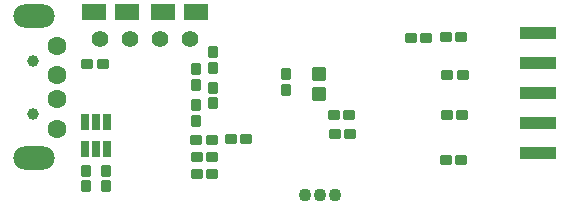
<source format=gbr>
%TF.GenerationSoftware,KiCad,Pcbnew,(6.0.7)*%
%TF.CreationDate,2022-09-07T18:04:23+02:00*%
%TF.ProjectId,BMP2_Railgun,424d5032-5f52-4616-996c-67756e2e6b69,rev?*%
%TF.SameCoordinates,Original*%
%TF.FileFunction,Soldermask,Bot*%
%TF.FilePolarity,Negative*%
%FSLAX46Y46*%
G04 Gerber Fmt 4.6, Leading zero omitted, Abs format (unit mm)*
G04 Created by KiCad (PCBNEW (6.0.7)) date 2022-09-07 18:04:23*
%MOMM*%
%LPD*%
G01*
G04 APERTURE LIST*
G04 Aperture macros list*
%AMRoundRect*
0 Rectangle with rounded corners*
0 $1 Rounding radius*
0 $2 $3 $4 $5 $6 $7 $8 $9 X,Y pos of 4 corners*
0 Add a 4 corners polygon primitive as box body*
4,1,4,$2,$3,$4,$5,$6,$7,$8,$9,$2,$3,0*
0 Add four circle primitives for the rounded corners*
1,1,$1+$1,$2,$3*
1,1,$1+$1,$4,$5*
1,1,$1+$1,$6,$7*
1,1,$1+$1,$8,$9*
0 Add four rect primitives between the rounded corners*
20,1,$1+$1,$2,$3,$4,$5,0*
20,1,$1+$1,$4,$5,$6,$7,0*
20,1,$1+$1,$6,$7,$8,$9,0*
20,1,$1+$1,$8,$9,$2,$3,0*%
G04 Aperture macros list end*
%ADD10RoundRect,0.050800X-1.500000X-0.425000X1.500000X-0.425000X1.500000X0.425000X-1.500000X0.425000X0*%
%ADD11C,1.101600*%
%ADD12RoundRect,0.050800X-0.450000X-0.350000X0.450000X-0.350000X0.450000X0.350000X-0.450000X0.350000X0*%
%ADD13RoundRect,0.050800X0.350000X-0.450000X0.350000X0.450000X-0.350000X0.450000X-0.350000X-0.450000X0*%
%ADD14RoundRect,0.050800X-0.350000X0.450000X-0.350000X-0.450000X0.350000X-0.450000X0.350000X0.450000X0*%
%ADD15C,1.409600*%
%ADD16RoundRect,0.050800X0.300000X-0.600000X0.300000X0.600000X-0.300000X0.600000X-0.300000X-0.600000X0*%
%ADD17RoundRect,0.050800X0.450000X0.350000X-0.450000X0.350000X-0.450000X-0.350000X0.450000X-0.350000X0*%
%ADD18RoundRect,0.050800X-1.000000X-0.600000X1.000000X-0.600000X1.000000X0.600000X-1.000000X0.600000X0*%
%ADD19RoundRect,0.050800X-0.500000X-0.550000X0.500000X-0.550000X0.500000X0.550000X-0.500000X0.550000X0*%
%ADD20C,1.000000*%
%ADD21C,1.600000*%
%ADD22O,3.500000X2.000000*%
G04 APERTURE END LIST*
D10*
%TO.C,X2*%
X110850000Y-99250000D03*
X110850000Y-101790000D03*
X110850000Y-104330000D03*
X110850000Y-106870000D03*
X110850000Y-109410000D03*
%TD*%
D11*
%TO.C,X1*%
X91130000Y-112970000D03*
X92400000Y-112970000D03*
X93670000Y-112970000D03*
%TD*%
D12*
%TO.C,R9*%
X81900000Y-108325000D03*
X83200000Y-108325000D03*
%TD*%
%TO.C,R8*%
X81925000Y-109775000D03*
X83225000Y-109775000D03*
%TD*%
%TO.C,R7*%
X81925000Y-111200000D03*
X83225000Y-111200000D03*
%TD*%
D13*
%TO.C,R6*%
X83325000Y-102225000D03*
X83325000Y-100925000D03*
%TD*%
%TO.C,R5*%
X81850000Y-103675000D03*
X81850000Y-102375000D03*
%TD*%
D14*
%TO.C,R3*%
X72600000Y-110950000D03*
X72600000Y-112250000D03*
%TD*%
%TO.C,R2*%
X74250000Y-110950000D03*
X74250000Y-112250000D03*
%TD*%
D15*
%TO.C,IC2*%
X73715000Y-99785000D03*
X76255000Y-99785000D03*
X78795000Y-99785000D03*
X81335000Y-99785000D03*
%TD*%
D16*
%TO.C,D1*%
X74375000Y-109150000D03*
X73425000Y-109150000D03*
X72475000Y-109150000D03*
X72475000Y-106850000D03*
X73425000Y-106850000D03*
X74375000Y-106850000D03*
%TD*%
D17*
%TO.C,C26*%
X104350000Y-99650000D03*
X103050000Y-99650000D03*
%TD*%
%TO.C,C25*%
X104450000Y-102825000D03*
X103150000Y-102825000D03*
%TD*%
%TO.C,C24*%
X104300000Y-110025000D03*
X103000000Y-110025000D03*
%TD*%
%TO.C,C23*%
X104425000Y-106275000D03*
X103125000Y-106275000D03*
%TD*%
%TO.C,C20*%
X101350000Y-99675000D03*
X100050000Y-99675000D03*
%TD*%
D14*
%TO.C,C17*%
X83325000Y-103925000D03*
X83325000Y-105225000D03*
%TD*%
D13*
%TO.C,C16*%
X81900000Y-106725000D03*
X81900000Y-105425000D03*
%TD*%
D18*
%TO.C,C15*%
X79075000Y-97550000D03*
X81875000Y-97550000D03*
%TD*%
D17*
%TO.C,C14*%
X86150000Y-108225000D03*
X84850000Y-108225000D03*
%TD*%
%TO.C,C13*%
X94850000Y-106275000D03*
X93550000Y-106275000D03*
%TD*%
D14*
%TO.C,C12*%
X89525000Y-102775000D03*
X89525000Y-104075000D03*
%TD*%
D19*
%TO.C,C11*%
X92325000Y-102775000D03*
X92325000Y-104475000D03*
%TD*%
D17*
%TO.C,C9*%
X94925000Y-107850000D03*
X93625000Y-107850000D03*
%TD*%
D18*
%TO.C,C7*%
X73225000Y-97550000D03*
X76025000Y-97550000D03*
%TD*%
D17*
%TO.C,C5*%
X73975000Y-101950000D03*
X72675000Y-101950000D03*
%TD*%
D20*
%TO.C,X4*%
X68080000Y-106130000D03*
X68080000Y-101630000D03*
D21*
X70080000Y-107380000D03*
X70080000Y-104880000D03*
X70080000Y-102880000D03*
X70080000Y-100380000D03*
D22*
X68180000Y-97880000D03*
X68180000Y-109880000D03*
%TD*%
M02*

</source>
